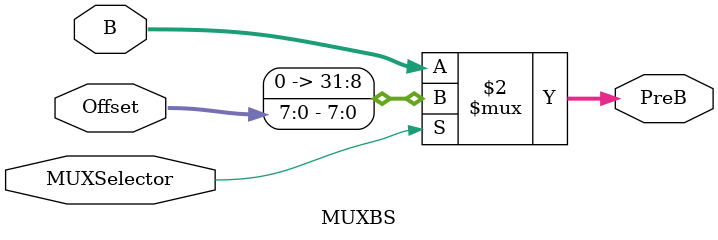
<source format=v>
module MUXBS(
  MUXSelector,//0 to B, 1 to Offset
  B,
  Offset,
  PreB
  );
  input MUXSelector;
  input [31:0] B;
  input [7:0] Offset;
  output [31:0] PreB;

  assign PreB= (~MUXSelector)? B:{24'h0, Offset};

endmodule

</source>
